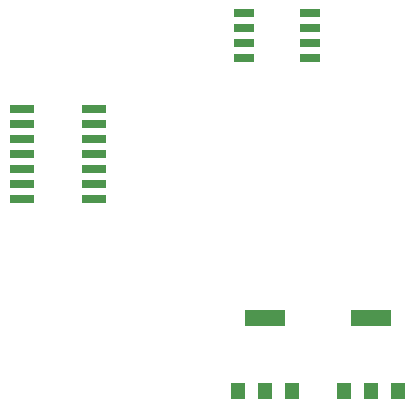
<source format=gbr>
G04 EAGLE Gerber RS-274X export*
G75*
%MOMM*%
%FSLAX34Y34*%
%LPD*%
%INSolderpaste Top*%
%IPPOS*%
%AMOC8*
5,1,8,0,0,1.08239X$1,22.5*%
G01*
G04 Define Apertures*
%ADD10R,1.200000X1.400000*%
%ADD11R,3.500000X1.400000*%
%ADD12R,2.032000X0.660400*%
%ADD13R,1.750000X0.650000*%
D10*
X556890Y129010D03*
X580000Y129010D03*
X603110Y129010D03*
D11*
X580000Y190990D03*
D10*
X466890Y129010D03*
X490000Y129010D03*
X513110Y129010D03*
D11*
X490000Y190990D03*
D12*
X284266Y368100D03*
X345734Y368100D03*
X284266Y355400D03*
X284266Y342700D03*
X345734Y355400D03*
X345734Y342700D03*
X284266Y330000D03*
X345734Y330000D03*
X284266Y317300D03*
X284266Y304600D03*
X345734Y317300D03*
X345734Y304600D03*
X284266Y291900D03*
X345734Y291900D03*
D13*
X472000Y449050D03*
X472000Y436350D03*
X472000Y423650D03*
X472000Y410950D03*
X528000Y410950D03*
X528000Y423650D03*
X528000Y436350D03*
X528000Y449050D03*
M02*

</source>
